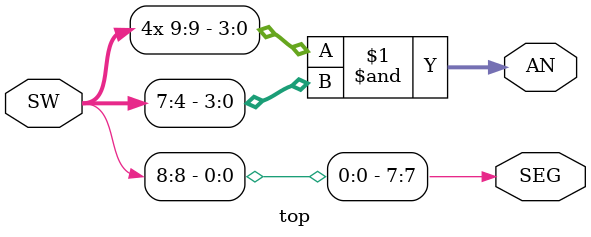
<source format=v>
`timescale 1ns / 1ps

module top(
    input [9:0] SW,
    output [7:0] SEG,
    output [3:0] AN
    );
    
    assign AN = {4{SW[9]}} & SW[7:4];
    assign SEG[7] = SW[8];
    // fill sth. here
    
endmodule

</source>
